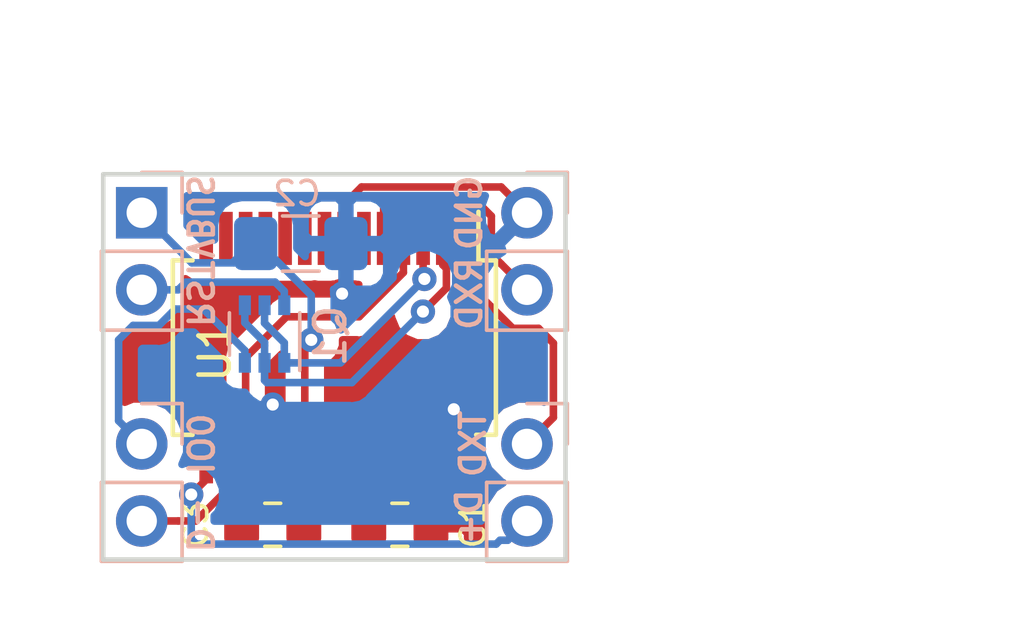
<source format=kicad_pcb>
(kicad_pcb (version 20171130) (host pcbnew 5.0.1)

  (general
    (thickness 1.6)
    (drawings 14)
    (tracks 110)
    (zones 0)
    (modules 9)
    (nets 24)
  )

  (page A4)
  (layers
    (0 F.Cu signal)
    (31 B.Cu signal)
    (32 B.Adhes user)
    (33 F.Adhes user)
    (34 B.Paste user)
    (35 F.Paste user)
    (36 B.SilkS user)
    (37 F.SilkS user)
    (38 B.Mask user)
    (39 F.Mask user)
    (40 Dwgs.User user)
    (41 Cmts.User user)
    (42 Eco1.User user)
    (43 Eco2.User user)
    (44 Edge.Cuts user)
    (45 Margin user)
    (46 B.CrtYd user)
    (47 F.CrtYd user)
    (48 B.Fab user)
    (49 F.Fab user)
  )

  (setup
    (last_trace_width 0.25)
    (trace_clearance 0.2)
    (zone_clearance 0.508)
    (zone_45_only no)
    (trace_min 0.2)
    (segment_width 0.2)
    (edge_width 0.15)
    (via_size 0.8)
    (via_drill 0.4)
    (via_min_size 0.4)
    (via_min_drill 0.3)
    (uvia_size 0.3)
    (uvia_drill 0.1)
    (uvias_allowed no)
    (uvia_min_size 0.2)
    (uvia_min_drill 0.1)
    (pcb_text_width 0.3)
    (pcb_text_size 1.5 1.5)
    (mod_edge_width 0.15)
    (mod_text_size 1 1)
    (mod_text_width 0.15)
    (pad_size 1.7 1.7)
    (pad_drill 1)
    (pad_to_mask_clearance 0.2)
    (solder_mask_min_width 0.25)
    (aux_axis_origin 0 0)
    (visible_elements FFFFFF7F)
    (pcbplotparams
      (layerselection 0x010f0_ffffffff)
      (usegerberextensions true)
      (usegerberattributes false)
      (usegerberadvancedattributes false)
      (creategerberjobfile false)
      (excludeedgelayer true)
      (linewidth 0.100000)
      (plotframeref false)
      (viasonmask false)
      (mode 1)
      (useauxorigin false)
      (hpglpennumber 1)
      (hpglpenspeed 20)
      (hpglpendiameter 15.000000)
      (psnegative false)
      (psa4output false)
      (plotreference true)
      (plotvalue false)
      (plotinvisibletext false)
      (padsonsilk false)
      (subtractmaskfromsilk true)
      (outputformat 1)
      (mirror false)
      (drillshape 0)
      (scaleselection 1)
      (outputdirectory ""))
  )

  (net 0 "")
  (net 1 GND)
  (net 2 /3v3)
  (net 3 /VBUS)
  (net 4 /TXD)
  (net 5 /RXD)
  (net 6 /DTR)
  (net 7 /RTS)
  (net 8 /IO0)
  (net 9 /RESET)
  (net 10 /USBDM)
  (net 11 /USBDP)
  (net 12 "Net-(U1-Pad6)")
  (net 13 "Net-(U1-Pad9)")
  (net 14 "Net-(U1-Pad10)")
  (net 15 "Net-(U1-Pad11)")
  (net 16 "Net-(U1-Pad12)")
  (net 17 "Net-(U1-Pad13)")
  (net 18 "Net-(U1-Pad14)")
  (net 19 "Net-(U1-Pad19)")
  (net 20 "Net-(U1-Pad22)")
  (net 21 "Net-(U1-Pad23)")
  (net 22 "Net-(U1-Pad27)")
  (net 23 "Net-(U1-Pad28)")

  (net_class Default "これはデフォルトのネット クラスです。"
    (clearance 0.2)
    (trace_width 0.25)
    (via_dia 0.8)
    (via_drill 0.4)
    (uvia_dia 0.3)
    (uvia_drill 0.1)
    (add_net /3v3)
    (add_net /DTR)
    (add_net /IO0)
    (add_net /RESET)
    (add_net /RTS)
    (add_net /RXD)
    (add_net /TXD)
    (add_net /USBDM)
    (add_net /USBDP)
    (add_net /VBUS)
    (add_net GND)
    (add_net "Net-(U1-Pad10)")
    (add_net "Net-(U1-Pad11)")
    (add_net "Net-(U1-Pad12)")
    (add_net "Net-(U1-Pad13)")
    (add_net "Net-(U1-Pad14)")
    (add_net "Net-(U1-Pad19)")
    (add_net "Net-(U1-Pad22)")
    (add_net "Net-(U1-Pad23)")
    (add_net "Net-(U1-Pad27)")
    (add_net "Net-(U1-Pad28)")
    (add_net "Net-(U1-Pad6)")
    (add_net "Net-(U1-Pad9)")
  )

  (module Capacitor_SMD:C_0805_2012Metric_Pad1.15x1.40mm_HandSolder (layer F.Cu) (tedit 5BA6338D) (tstamp 5BA72743)
    (at 150.749 109.347)
    (descr "Capacitor SMD 0805 (2012 Metric), square (rectangular) end terminal, IPC_7351 nominal with elongated pad for handsoldering. (Body size source: https://docs.google.com/spreadsheets/d/1BsfQQcO9C6DZCsRaXUlFlo91Tg2WpOkGARC1WS5S8t0/edit?usp=sharing), generated with kicad-footprint-generator")
    (tags "capacitor handsolder")
    (path /5BA5A511)
    (attr smd)
    (fp_text reference C1 (at 2.413 0 90) (layer F.SilkS)
      (effects (font (size 0.8 0.8) (thickness 0.12)))
    )
    (fp_text value 0.1uF (at 0 1.65) (layer F.Fab)
      (effects (font (size 1 1) (thickness 0.15)))
    )
    (fp_line (start -1 0.6) (end -1 -0.6) (layer F.Fab) (width 0.1))
    (fp_line (start -1 -0.6) (end 1 -0.6) (layer F.Fab) (width 0.1))
    (fp_line (start 1 -0.6) (end 1 0.6) (layer F.Fab) (width 0.1))
    (fp_line (start 1 0.6) (end -1 0.6) (layer F.Fab) (width 0.1))
    (fp_line (start -0.261252 -0.71) (end 0.261252 -0.71) (layer F.SilkS) (width 0.12))
    (fp_line (start -0.261252 0.71) (end 0.261252 0.71) (layer F.SilkS) (width 0.12))
    (fp_line (start -1.85 0.95) (end -1.85 -0.95) (layer F.CrtYd) (width 0.05))
    (fp_line (start -1.85 -0.95) (end 1.85 -0.95) (layer F.CrtYd) (width 0.05))
    (fp_line (start 1.85 -0.95) (end 1.85 0.95) (layer F.CrtYd) (width 0.05))
    (fp_line (start 1.85 0.95) (end -1.85 0.95) (layer F.CrtYd) (width 0.05))
    (fp_text user %R (at 0 0) (layer F.Fab)
      (effects (font (size 0.5 0.5) (thickness 0.08)))
    )
    (pad 1 smd roundrect (at -1.025 0) (size 1.15 1.4) (layers F.Cu F.Paste F.Mask) (roundrect_rratio 0.217391)
      (net 3 /VBUS))
    (pad 2 smd roundrect (at 1.025 0) (size 1.15 1.4) (layers F.Cu F.Paste F.Mask) (roundrect_rratio 0.217391)
      (net 1 GND))
    (model ${KISYS3DMOD}/Capacitor_SMD.3dshapes/C_0805_2012Metric.wrl
      (at (xyz 0 0 0))
      (scale (xyz 1 1 1))
      (rotate (xyz 0 0 0))
    )
  )

  (module Capacitor_SMD:C_1206_3216Metric_Pad1.42x1.75mm_HandSolder (layer B.Cu) (tedit 5C615969) (tstamp 5BA72754)
    (at 147.4835 100.076)
    (descr "Capacitor SMD 1206 (3216 Metric), square (rectangular) end terminal, IPC_7351 nominal with elongated pad for handsoldering. (Body size source: http://www.tortai-tech.com/upload/download/2011102023233369053.pdf), generated with kicad-footprint-generator")
    (tags "capacitor handsolder")
    (path /5BA5A5A4)
    (attr smd)
    (fp_text reference C2 (at -0.127 -1.651) (layer B.SilkS)
      (effects (font (size 0.8 0.8) (thickness 0.12)) (justify mirror))
    )
    (fp_text value 10uF (at 0.127 2.032) (layer B.Fab)
      (effects (font (size 1 1) (thickness 0.15)) (justify mirror))
    )
    (fp_line (start -1.6 -0.8) (end -1.6 0.8) (layer B.Fab) (width 0.1))
    (fp_line (start -1.6 0.8) (end 1.6 0.8) (layer B.Fab) (width 0.1))
    (fp_line (start 1.6 0.8) (end 1.6 -0.8) (layer B.Fab) (width 0.1))
    (fp_line (start 1.6 -0.8) (end -1.6 -0.8) (layer B.Fab) (width 0.1))
    (fp_line (start -0.602064 0.91) (end 0.602064 0.91) (layer B.SilkS) (width 0.12))
    (fp_line (start -0.602064 -0.91) (end 0.602064 -0.91) (layer B.SilkS) (width 0.12))
    (fp_line (start -2.45 -1.12) (end -2.45 1.12) (layer B.CrtYd) (width 0.05))
    (fp_line (start -2.45 1.12) (end 2.45 1.12) (layer B.CrtYd) (width 0.05))
    (fp_line (start 2.45 1.12) (end 2.45 -1.12) (layer B.CrtYd) (width 0.05))
    (fp_line (start 2.45 -1.12) (end -2.45 -1.12) (layer B.CrtYd) (width 0.05))
    (fp_text user %R (at 0 0) (layer B.Fab)
      (effects (font (size 0.8 0.8) (thickness 0.12)) (justify mirror))
    )
    (pad 1 smd roundrect (at -1.4875 0) (size 1.425 1.75) (layers B.Cu B.Paste B.Mask) (roundrect_rratio 0.175439)
      (net 3 /VBUS))
    (pad 2 smd roundrect (at 1.4875 0) (size 1.425 1.75) (layers B.Cu B.Paste B.Mask) (roundrect_rratio 0.175439)
      (net 1 GND))
    (model ${KISYS3DMOD}/Capacitor_SMD.3dshapes/C_1206_3216Metric.wrl
      (at (xyz 0 0 0))
      (scale (xyz 1 1 1))
      (rotate (xyz 0 0 0))
    )
  )

  (module Package_SO:SSOP-28_5.3x10.2mm_P0.65mm (layer F.Cu) (tedit 5BA63278) (tstamp 5BA727E9)
    (at 148.59 103.505 270)
    (descr "28-Lead Plastic Shrink Small Outline (SS)-5.30 mm Body [SSOP] (see Microchip Packaging Specification 00000049BS.pdf)")
    (tags "SSOP 0.65")
    (path /5BA5EC2D)
    (attr smd)
    (fp_text reference U1 (at 0.127 3.937 270) (layer F.SilkS)
      (effects (font (size 1 1) (thickness 0.15)))
    )
    (fp_text value FT232RL (at 0 6.25 270) (layer F.Fab)
      (effects (font (size 1 1) (thickness 0.15)))
    )
    (fp_line (start -1.65 -5.1) (end 2.65 -5.1) (layer F.Fab) (width 0.15))
    (fp_line (start 2.65 -5.1) (end 2.65 5.1) (layer F.Fab) (width 0.15))
    (fp_line (start 2.65 5.1) (end -2.65 5.1) (layer F.Fab) (width 0.15))
    (fp_line (start -2.65 5.1) (end -2.65 -4.1) (layer F.Fab) (width 0.15))
    (fp_line (start -2.65 -4.1) (end -1.65 -5.1) (layer F.Fab) (width 0.15))
    (fp_line (start -4.75 -5.5) (end -4.75 5.5) (layer F.CrtYd) (width 0.05))
    (fp_line (start 4.75 -5.5) (end 4.75 5.5) (layer F.CrtYd) (width 0.05))
    (fp_line (start -4.75 -5.5) (end 4.75 -5.5) (layer F.CrtYd) (width 0.05))
    (fp_line (start -4.75 5.5) (end 4.75 5.5) (layer F.CrtYd) (width 0.05))
    (fp_line (start -2.875 -5.325) (end -2.875 -4.75) (layer F.SilkS) (width 0.15))
    (fp_line (start 2.875 -5.325) (end 2.875 -4.675) (layer F.SilkS) (width 0.15))
    (fp_line (start 2.875 5.325) (end 2.875 4.675) (layer F.SilkS) (width 0.15))
    (fp_line (start -2.875 5.325) (end -2.875 4.675) (layer F.SilkS) (width 0.15))
    (fp_line (start -2.875 -5.325) (end 2.875 -5.325) (layer F.SilkS) (width 0.15))
    (fp_line (start -2.875 5.325) (end 2.875 5.325) (layer F.SilkS) (width 0.15))
    (fp_line (start -2.875 -4.75) (end -4.475 -4.75) (layer F.SilkS) (width 0.15))
    (fp_text user %R (at 0 0 270) (layer F.Fab)
      (effects (font (size 0.8 0.8) (thickness 0.15)))
    )
    (pad 1 smd rect (at -3.6 -4.225 270) (size 1.75 0.45) (layers F.Cu F.Paste F.Mask)
      (net 4 /TXD))
    (pad 2 smd rect (at -3.6 -3.575 270) (size 1.75 0.45) (layers F.Cu F.Paste F.Mask)
      (net 6 /DTR))
    (pad 3 smd rect (at -3.6 -2.925 270) (size 1.75 0.45) (layers F.Cu F.Paste F.Mask)
      (net 7 /RTS))
    (pad 4 smd rect (at -3.6 -2.275 270) (size 1.75 0.45) (layers F.Cu F.Paste F.Mask)
      (net 2 /3v3))
    (pad 5 smd rect (at -3.6 -1.625 270) (size 1.75 0.45) (layers F.Cu F.Paste F.Mask)
      (net 5 /RXD))
    (pad 6 smd rect (at -3.6 -0.975 270) (size 1.75 0.45) (layers F.Cu F.Paste F.Mask)
      (net 12 "Net-(U1-Pad6)"))
    (pad 7 smd rect (at -3.6 -0.325 270) (size 1.75 0.45) (layers F.Cu F.Paste F.Mask)
      (net 1 GND))
    (pad 8 smd rect (at -3.6 0.325 270) (size 1.75 0.45) (layers F.Cu F.Paste F.Mask))
    (pad 9 smd rect (at -3.6 0.975 270) (size 1.75 0.45) (layers F.Cu F.Paste F.Mask)
      (net 13 "Net-(U1-Pad9)"))
    (pad 10 smd rect (at -3.6 1.625 270) (size 1.75 0.45) (layers F.Cu F.Paste F.Mask)
      (net 14 "Net-(U1-Pad10)"))
    (pad 11 smd rect (at -3.6 2.275 270) (size 1.75 0.45) (layers F.Cu F.Paste F.Mask)
      (net 15 "Net-(U1-Pad11)"))
    (pad 12 smd rect (at -3.6 2.925 270) (size 1.75 0.45) (layers F.Cu F.Paste F.Mask)
      (net 16 "Net-(U1-Pad12)"))
    (pad 13 smd rect (at -3.6 3.575 270) (size 1.75 0.45) (layers F.Cu F.Paste F.Mask)
      (net 17 "Net-(U1-Pad13)"))
    (pad 14 smd rect (at -3.6 4.225 270) (size 1.75 0.45) (layers F.Cu F.Paste F.Mask)
      (net 18 "Net-(U1-Pad14)"))
    (pad 15 smd rect (at 3.6 4.225 270) (size 1.75 0.45) (layers F.Cu F.Paste F.Mask)
      (net 11 /USBDP))
    (pad 16 smd rect (at 3.6 3.575 270) (size 1.75 0.45) (layers F.Cu F.Paste F.Mask)
      (net 10 /USBDM))
    (pad 17 smd rect (at 3.6 2.925 270) (size 1.75 0.45) (layers F.Cu F.Paste F.Mask)
      (net 2 /3v3))
    (pad 18 smd rect (at 3.6 2.275 270) (size 1.75 0.45) (layers F.Cu F.Paste F.Mask)
      (net 1 GND))
    (pad 19 smd rect (at 3.6 1.625 270) (size 1.75 0.45) (layers F.Cu F.Paste F.Mask)
      (net 19 "Net-(U1-Pad19)"))
    (pad 20 smd rect (at 3.6 0.975 270) (size 1.75 0.45) (layers F.Cu F.Paste F.Mask)
      (net 3 /VBUS))
    (pad 21 smd rect (at 3.6 0.325 270) (size 1.75 0.45) (layers F.Cu F.Paste F.Mask)
      (net 1 GND))
    (pad 22 smd rect (at 3.6 -0.325 270) (size 1.75 0.45) (layers F.Cu F.Paste F.Mask)
      (net 20 "Net-(U1-Pad22)"))
    (pad 23 smd rect (at 3.6 -0.975 270) (size 1.75 0.45) (layers F.Cu F.Paste F.Mask)
      (net 21 "Net-(U1-Pad23)"))
    (pad 24 smd rect (at 3.6 -1.625 270) (size 1.75 0.45) (layers F.Cu F.Paste F.Mask))
    (pad 25 smd rect (at 3.6 -2.275 270) (size 1.75 0.45) (layers F.Cu F.Paste F.Mask)
      (net 1 GND))
    (pad 26 smd rect (at 3.6 -2.925 270) (size 1.75 0.45) (layers F.Cu F.Paste F.Mask)
      (net 1 GND) (zone_connect 2))
    (pad 27 smd rect (at 3.6 -3.575 270) (size 1.75 0.45) (layers F.Cu F.Paste F.Mask)
      (net 22 "Net-(U1-Pad27)"))
    (pad 28 smd rect (at 3.6 -4.225 270) (size 1.75 0.45) (layers F.Cu F.Paste F.Mask)
      (net 23 "Net-(U1-Pad28)"))
    (model ${KISYS3DMOD}/Package_SO.3dshapes/SSOP-28_5.3x10.2mm_P0.65mm.wrl
      (at (xyz 0 0 0))
      (scale (xyz 1 1 1))
      (rotate (xyz 0 0 0))
    )
  )

  (module Capacitor_SMD:C_0805_2012Metric_Pad1.15x1.40mm_HandSolder (layer F.Cu) (tedit 5BA6337B) (tstamp 5BA7368B)
    (at 146.558 109.347)
    (descr "Capacitor SMD 0805 (2012 Metric), square (rectangular) end terminal, IPC_7351 nominal with elongated pad for handsoldering. (Body size source: https://docs.google.com/spreadsheets/d/1BsfQQcO9C6DZCsRaXUlFlo91Tg2WpOkGARC1WS5S8t0/edit?usp=sharing), generated with kicad-footprint-generator")
    (tags "capacitor handsolder")
    (path /5BA5F7DD)
    (attr smd)
    (fp_text reference C3 (at -2.54 0 -270) (layer F.SilkS)
      (effects (font (size 0.8 0.8) (thickness 0.12)))
    )
    (fp_text value 0.1uF (at 0 1.65) (layer F.Fab)
      (effects (font (size 1 1) (thickness 0.15)))
    )
    (fp_line (start -1 0.6) (end -1 -0.6) (layer F.Fab) (width 0.1))
    (fp_line (start -1 -0.6) (end 1 -0.6) (layer F.Fab) (width 0.1))
    (fp_line (start 1 -0.6) (end 1 0.6) (layer F.Fab) (width 0.1))
    (fp_line (start 1 0.6) (end -1 0.6) (layer F.Fab) (width 0.1))
    (fp_line (start -0.261252 -0.71) (end 0.261252 -0.71) (layer F.SilkS) (width 0.12))
    (fp_line (start -0.261252 0.71) (end 0.261252 0.71) (layer F.SilkS) (width 0.12))
    (fp_line (start -1.85 0.95) (end -1.85 -0.95) (layer F.CrtYd) (width 0.05))
    (fp_line (start -1.85 -0.95) (end 1.85 -0.95) (layer F.CrtYd) (width 0.05))
    (fp_line (start 1.85 -0.95) (end 1.85 0.95) (layer F.CrtYd) (width 0.05))
    (fp_line (start 1.85 0.95) (end -1.85 0.95) (layer F.CrtYd) (width 0.05))
    (fp_text user %R (at 0 0) (layer F.Fab)
      (effects (font (size 0.5 0.5) (thickness 0.08)))
    )
    (pad 1 smd roundrect (at -1.025 0) (size 1.15 1.4) (layers F.Cu F.Paste F.Mask) (roundrect_rratio 0.217391)
      (net 2 /3v3))
    (pad 2 smd roundrect (at 1.025 0) (size 1.15 1.4) (layers F.Cu F.Paste F.Mask) (roundrect_rratio 0.217391)
      (net 1 GND))
    (model ${KISYS3DMOD}/Capacitor_SMD.3dshapes/C_0805_2012Metric.wrl
      (at (xyz 0 0 0))
      (scale (xyz 1 1 1))
      (rotate (xyz 0 0 0))
    )
  )

  (module Package_TO_SOT_SMD:SOT-363_SC-70-6 (layer B.Cu) (tedit 5C61D7CA) (tstamp 5C6531F1)
    (at 146.289 103.058 90)
    (descr "SOT-363, SC-70-6")
    (tags "SOT-363 SC-70-6")
    (path /5C62284C)
    (attr smd)
    (fp_text reference Q1 (at -0.066 2.174 90) (layer B.SilkS)
      (effects (font (size 1 1) (thickness 0.15)) (justify mirror))
    )
    (fp_text value BC847BS (at 0 -2 -90) (layer B.Fab)
      (effects (font (size 1 1) (thickness 0.15)) (justify mirror))
    )
    (fp_text user %R (at 0 0) (layer B.Fab)
      (effects (font (size 0.5 0.5) (thickness 0.075)) (justify mirror))
    )
    (fp_line (start 0.7 1.16) (end -1.2 1.16) (layer B.SilkS) (width 0.12))
    (fp_line (start -0.7 -1.16) (end 0.7 -1.16) (layer B.SilkS) (width 0.12))
    (fp_line (start 1.6 -1.4) (end 1.6 1.4) (layer B.CrtYd) (width 0.05))
    (fp_line (start -1.6 1.4) (end -1.6 -1.4) (layer B.CrtYd) (width 0.05))
    (fp_line (start -1.6 1.4) (end 1.6 1.4) (layer B.CrtYd) (width 0.05))
    (fp_line (start 0.675 1.1) (end -0.175 1.1) (layer B.Fab) (width 0.1))
    (fp_line (start -0.675 0.6) (end -0.675 -1.1) (layer B.Fab) (width 0.1))
    (fp_line (start -1.6 -1.4) (end 1.6 -1.4) (layer B.CrtYd) (width 0.05))
    (fp_line (start 0.675 1.1) (end 0.675 -1.1) (layer B.Fab) (width 0.1))
    (fp_line (start 0.675 -1.1) (end -0.675 -1.1) (layer B.Fab) (width 0.1))
    (fp_line (start -0.175 1.1) (end -0.675 0.6) (layer B.Fab) (width 0.1))
    (pad 1 smd rect (at -0.95 0.65 90) (size 0.65 0.4) (layers B.Cu B.Paste B.Mask)
      (net 7 /RTS))
    (pad 3 smd rect (at -0.95 -0.65 90) (size 0.65 0.4) (layers B.Cu B.Paste B.Mask)
      (net 8 /IO0))
    (pad 5 smd rect (at 0.95 0 90) (size 0.65 0.4) (layers B.Cu B.Paste B.Mask)
      (net 7 /RTS))
    (pad 2 smd rect (at -0.95 0 90) (size 0.65 0.4) (layers B.Cu B.Paste B.Mask)
      (net 6 /DTR))
    (pad 4 smd rect (at 0.95 -0.65 90) (size 0.65 0.4) (layers B.Cu B.Paste B.Mask)
      (net 6 /DTR))
    (pad 6 smd rect (at 0.95 0.65 90) (size 0.65 0.4) (layers B.Cu B.Paste B.Mask)
      (net 9 /RESET))
    (model ${KISYS3DMOD}/Package_TO_SOT_SMD.3dshapes/SOT-363_SC-70-6.wrl
      (at (xyz 0 0 0))
      (scale (xyz 1 1 1))
      (rotate (xyz 0 0 0))
    )
  )

  (module Connector_PinHeader_2.54mm:PinHeader_1x02_P2.54mm_Vertical (layer B.Cu) (tedit 5C7A4441) (tstamp 5C7CEEDD)
    (at 142.24 106.68 180)
    (descr "Through hole straight pin header, 1x02, 2.54mm pitch, single row")
    (tags "Through hole pin header THT 1x02 2.54mm single row")
    (path /5C7A4D72)
    (fp_text reference J1 (at 0 2.33 180) (layer B.SilkS) hide
      (effects (font (size 1 1) (thickness 0.15)) (justify mirror))
    )
    (fp_text value Conn_01x02 (at 0 -4.87 180) (layer B.Fab)
      (effects (font (size 1 1) (thickness 0.15)) (justify mirror))
    )
    (fp_line (start -0.635 1.27) (end 1.27 1.27) (layer B.Fab) (width 0.1))
    (fp_line (start 1.27 1.27) (end 1.27 -3.81) (layer B.Fab) (width 0.1))
    (fp_line (start 1.27 -3.81) (end -1.27 -3.81) (layer B.Fab) (width 0.1))
    (fp_line (start -1.27 -3.81) (end -1.27 0.635) (layer B.Fab) (width 0.1))
    (fp_line (start -1.27 0.635) (end -0.635 1.27) (layer B.Fab) (width 0.1))
    (fp_line (start -1.33 -3.87) (end 1.33 -3.87) (layer B.SilkS) (width 0.12))
    (fp_line (start -1.33 -1.27) (end -1.33 -3.87) (layer B.SilkS) (width 0.12))
    (fp_line (start 1.33 -1.27) (end 1.33 -3.87) (layer B.SilkS) (width 0.12))
    (fp_line (start -1.33 -1.27) (end 1.33 -1.27) (layer B.SilkS) (width 0.12))
    (fp_line (start -1.33 0) (end -1.33 1.33) (layer B.SilkS) (width 0.12))
    (fp_line (start -1.33 1.33) (end 0 1.33) (layer B.SilkS) (width 0.12))
    (fp_line (start -1.8 1.8) (end -1.8 -4.35) (layer B.CrtYd) (width 0.05))
    (fp_line (start -1.8 -4.35) (end 1.8 -4.35) (layer B.CrtYd) (width 0.05))
    (fp_line (start 1.8 -4.35) (end 1.8 1.8) (layer B.CrtYd) (width 0.05))
    (fp_line (start 1.8 1.8) (end -1.8 1.8) (layer B.CrtYd) (width 0.05))
    (fp_text user %R (at 0 -1.27 90) (layer B.Fab)
      (effects (font (size 1 1) (thickness 0.15)) (justify mirror))
    )
    (pad 1 thru_hole circle (at 0 0 180) (size 1.7 1.7) (drill 1) (layers *.Cu *.Mask)
      (net 8 /IO0))
    (pad 2 thru_hole oval (at 0 -2.54 180) (size 1.7 1.7) (drill 1) (layers *.Cu *.Mask)
      (net 10 /USBDM))
    (model ${KISYS3DMOD}/Connector_PinHeader_2.54mm.3dshapes/PinHeader_1x02_P2.54mm_Vertical.wrl
      (at (xyz 0 0 0))
      (scale (xyz 1 1 1))
      (rotate (xyz 0 0 0))
    )
  )

  (module Connector_PinHeader_2.54mm:PinHeader_1x02_P2.54mm_Vertical (layer B.Cu) (tedit 5C7A4431) (tstamp 5C7CEEDE)
    (at 142.24 99.06 180)
    (descr "Through hole straight pin header, 1x02, 2.54mm pitch, single row")
    (tags "Through hole pin header THT 1x02 2.54mm single row")
    (path /5BA5AB51)
    (fp_text reference J2 (at 0 2.33 180) (layer B.SilkS) hide
      (effects (font (size 1 1) (thickness 0.15)) (justify mirror))
    )
    (fp_text value Conn_01x02 (at 0 -4.87 180) (layer B.Fab)
      (effects (font (size 1 1) (thickness 0.15)) (justify mirror))
    )
    (fp_line (start -0.635 1.27) (end 1.27 1.27) (layer B.Fab) (width 0.1))
    (fp_line (start 1.27 1.27) (end 1.27 -3.81) (layer B.Fab) (width 0.1))
    (fp_line (start 1.27 -3.81) (end -1.27 -3.81) (layer B.Fab) (width 0.1))
    (fp_line (start -1.27 -3.81) (end -1.27 0.635) (layer B.Fab) (width 0.1))
    (fp_line (start -1.27 0.635) (end -0.635 1.27) (layer B.Fab) (width 0.1))
    (fp_line (start -1.33 -3.87) (end 1.33 -3.87) (layer B.SilkS) (width 0.12))
    (fp_line (start -1.33 -1.27) (end -1.33 -3.87) (layer B.SilkS) (width 0.12))
    (fp_line (start 1.33 -1.27) (end 1.33 -3.87) (layer B.SilkS) (width 0.12))
    (fp_line (start -1.33 -1.27) (end 1.33 -1.27) (layer B.SilkS) (width 0.12))
    (fp_line (start -1.33 0) (end -1.33 1.33) (layer B.SilkS) (width 0.12))
    (fp_line (start -1.33 1.33) (end 0 1.33) (layer B.SilkS) (width 0.12))
    (fp_line (start -1.8 1.8) (end -1.8 -4.35) (layer B.CrtYd) (width 0.05))
    (fp_line (start -1.8 -4.35) (end 1.8 -4.35) (layer B.CrtYd) (width 0.05))
    (fp_line (start 1.8 -4.35) (end 1.8 1.8) (layer B.CrtYd) (width 0.05))
    (fp_line (start 1.8 1.8) (end -1.8 1.8) (layer B.CrtYd) (width 0.05))
    (fp_text user %R (at 0 -1.27 90) (layer B.Fab)
      (effects (font (size 1 1) (thickness 0.15)) (justify mirror))
    )
    (pad 1 thru_hole rect (at 0 0 180) (size 1.7 1.7) (drill 1) (layers *.Cu *.Mask)
      (net 3 /VBUS))
    (pad 2 thru_hole oval (at 0 -2.54 180) (size 1.7 1.7) (drill 1) (layers *.Cu *.Mask)
      (net 9 /RESET))
    (model ${KISYS3DMOD}/Connector_PinHeader_2.54mm.3dshapes/PinHeader_1x02_P2.54mm_Vertical.wrl
      (at (xyz 0 0 0))
      (scale (xyz 1 1 1))
      (rotate (xyz 0 0 0))
    )
  )

  (module Connector_PinHeader_2.54mm:PinHeader_1x02_P2.54mm_Vertical (layer B.Cu) (tedit 5C7A4435) (tstamp 5C7CEEF3)
    (at 154.94 99.06 180)
    (descr "Through hole straight pin header, 1x02, 2.54mm pitch, single row")
    (tags "Through hole pin header THT 1x02 2.54mm single row")
    (path /5BA5F229)
    (fp_text reference J3 (at 0 2.33 180) (layer B.SilkS) hide
      (effects (font (size 1 1) (thickness 0.15)) (justify mirror))
    )
    (fp_text value Conn_01x02 (at 0 -4.87 180) (layer B.Fab)
      (effects (font (size 1 1) (thickness 0.15)) (justify mirror))
    )
    (fp_text user %R (at 0 -1.27 90) (layer B.Fab)
      (effects (font (size 1 1) (thickness 0.15)) (justify mirror))
    )
    (fp_line (start 1.8 1.8) (end -1.8 1.8) (layer B.CrtYd) (width 0.05))
    (fp_line (start 1.8 -4.35) (end 1.8 1.8) (layer B.CrtYd) (width 0.05))
    (fp_line (start -1.8 -4.35) (end 1.8 -4.35) (layer B.CrtYd) (width 0.05))
    (fp_line (start -1.8 1.8) (end -1.8 -4.35) (layer B.CrtYd) (width 0.05))
    (fp_line (start -1.33 1.33) (end 0 1.33) (layer B.SilkS) (width 0.12))
    (fp_line (start -1.33 0) (end -1.33 1.33) (layer B.SilkS) (width 0.12))
    (fp_line (start -1.33 -1.27) (end 1.33 -1.27) (layer B.SilkS) (width 0.12))
    (fp_line (start 1.33 -1.27) (end 1.33 -3.87) (layer B.SilkS) (width 0.12))
    (fp_line (start -1.33 -1.27) (end -1.33 -3.87) (layer B.SilkS) (width 0.12))
    (fp_line (start -1.33 -3.87) (end 1.33 -3.87) (layer B.SilkS) (width 0.12))
    (fp_line (start -1.27 0.635) (end -0.635 1.27) (layer B.Fab) (width 0.1))
    (fp_line (start -1.27 -3.81) (end -1.27 0.635) (layer B.Fab) (width 0.1))
    (fp_line (start 1.27 -3.81) (end -1.27 -3.81) (layer B.Fab) (width 0.1))
    (fp_line (start 1.27 1.27) (end 1.27 -3.81) (layer B.Fab) (width 0.1))
    (fp_line (start -0.635 1.27) (end 1.27 1.27) (layer B.Fab) (width 0.1))
    (pad 2 thru_hole oval (at 0 -2.54 180) (size 1.7 1.7) (drill 1) (layers *.Cu *.Mask)
      (net 5 /RXD))
    (pad 1 thru_hole circle (at 0 0 180) (size 1.7 1.7) (drill 1) (layers *.Cu *.Mask)
      (net 1 GND))
    (model ${KISYS3DMOD}/Connector_PinHeader_2.54mm.3dshapes/PinHeader_1x02_P2.54mm_Vertical.wrl
      (at (xyz 0 0 0))
      (scale (xyz 1 1 1))
      (rotate (xyz 0 0 0))
    )
  )

  (module Connector_PinHeader_2.54mm:PinHeader_1x02_P2.54mm_Vertical (layer B.Cu) (tedit 5C7A443C) (tstamp 5C7CEF1D)
    (at 154.94 106.68 180)
    (descr "Through hole straight pin header, 1x02, 2.54mm pitch, single row")
    (tags "Through hole pin header THT 1x02 2.54mm single row")
    (path /5C7A4D78)
    (fp_text reference J4 (at 0 2.33 180) (layer B.SilkS) hide
      (effects (font (size 1 1) (thickness 0.15)) (justify mirror))
    )
    (fp_text value Conn_01x02 (at 0 -4.87 180) (layer B.Fab)
      (effects (font (size 1 1) (thickness 0.15)) (justify mirror))
    )
    (fp_text user %R (at 0 -1.27 90) (layer B.Fab)
      (effects (font (size 1 1) (thickness 0.15)) (justify mirror))
    )
    (fp_line (start 1.8 1.8) (end -1.8 1.8) (layer B.CrtYd) (width 0.05))
    (fp_line (start 1.8 -4.35) (end 1.8 1.8) (layer B.CrtYd) (width 0.05))
    (fp_line (start -1.8 -4.35) (end 1.8 -4.35) (layer B.CrtYd) (width 0.05))
    (fp_line (start -1.8 1.8) (end -1.8 -4.35) (layer B.CrtYd) (width 0.05))
    (fp_line (start -1.33 1.33) (end 0 1.33) (layer B.SilkS) (width 0.12))
    (fp_line (start -1.33 0) (end -1.33 1.33) (layer B.SilkS) (width 0.12))
    (fp_line (start -1.33 -1.27) (end 1.33 -1.27) (layer B.SilkS) (width 0.12))
    (fp_line (start 1.33 -1.27) (end 1.33 -3.87) (layer B.SilkS) (width 0.12))
    (fp_line (start -1.33 -1.27) (end -1.33 -3.87) (layer B.SilkS) (width 0.12))
    (fp_line (start -1.33 -3.87) (end 1.33 -3.87) (layer B.SilkS) (width 0.12))
    (fp_line (start -1.27 0.635) (end -0.635 1.27) (layer B.Fab) (width 0.1))
    (fp_line (start -1.27 -3.81) (end -1.27 0.635) (layer B.Fab) (width 0.1))
    (fp_line (start 1.27 -3.81) (end -1.27 -3.81) (layer B.Fab) (width 0.1))
    (fp_line (start 1.27 1.27) (end 1.27 -3.81) (layer B.Fab) (width 0.1))
    (fp_line (start -0.635 1.27) (end 1.27 1.27) (layer B.Fab) (width 0.1))
    (pad 2 thru_hole oval (at 0 -2.54 180) (size 1.7 1.7) (drill 1) (layers *.Cu *.Mask)
      (net 11 /USBDP))
    (pad 1 thru_hole circle (at 0 0 180) (size 1.7 1.7) (drill 1) (layers *.Cu *.Mask)
      (net 4 /TXD))
    (model ${KISYS3DMOD}/Connector_PinHeader_2.54mm.3dshapes/PinHeader_1x02_P2.54mm_Vertical.wrl
      (at (xyz 0 0 0))
      (scale (xyz 1 1 1))
      (rotate (xyz 0 0 0))
    )
  )

  (gr_text D+ (at 153.035 109.093 90) (layer B.SilkS) (tstamp 5C61B577)
    (effects (font (size 0.8 0.8) (thickness 0.15)) (justify mirror))
  )
  (gr_text TXD (at 153.162 106.68 90) (layer B.SilkS) (tstamp 5C61B546)
    (effects (font (size 0.8 0.8) (thickness 0.15)) (justify mirror))
  )
  (gr_text RXD (at 153.035 101.727 90) (layer B.SilkS) (tstamp 5C61B515)
    (effects (font (size 0.8 0.8) (thickness 0.15)) (justify mirror))
  )
  (gr_text GND (at 153.035 99.06 90) (layer B.SilkS) (tstamp 5C61B457)
    (effects (font (size 0.8 0.8) (thickness 0.15)) (justify mirror))
  )
  (gr_text D- (at 144.145 109.347 -90) (layer B.SilkS) (tstamp 5C61B3C5)
    (effects (font (size 0.8 0.8) (thickness 0.15)) (justify mirror))
  )
  (gr_text IO0 (at 144.145 106.68 -90) (layer B.SilkS) (tstamp 5C61B365)
    (effects (font (size 0.8 0.8) (thickness 0.15)) (justify mirror))
  )
  (gr_text RST (at 144.145 101.727 -90) (layer B.SilkS) (tstamp 5C61B2A8)
    (effects (font (size 0.8 0.8) (thickness 0.15)) (justify mirror))
  )
  (gr_text VBUS (at 144.145 99.187 -90) (layer B.SilkS)
    (effects (font (size 0.8 0.7) (thickness 0.15)) (justify mirror))
  )
  (dimension 12.700004 (width 0.3) (layer Cmts.User)
    (gr_text "12.700 mm" (at 165.798062 104.13748 270.0445373) (layer Cmts.User)
      (effects (font (size 1.5 1.5) (thickness 0.3)))
    )
    (feature1 (pts (xy 162.56 110.49) (xy 164.289419 110.488656)))
    (feature2 (pts (xy 162.550128 97.79) (xy 164.279547 97.788656)))
    (crossbar (pts (xy 163.693127 97.789112) (xy 163.702999 110.489112)))
    (arrow1a (pts (xy 163.702999 110.489112) (xy 163.115703 109.363064)))
    (arrow1b (pts (xy 163.702999 110.489112) (xy 164.288544 109.362153)))
    (arrow2a (pts (xy 163.693127 97.789112) (xy 163.107582 98.916071)))
    (arrow2b (pts (xy 163.693127 97.789112) (xy 164.280423 98.91516)))
  )
  (dimension 15.24 (width 0.3) (layer Cmts.User)
    (gr_text "15.240 mm" (at 148.59 93.15) (layer Cmts.User)
      (effects (font (size 1.5 1.5) (thickness 0.3)))
    )
    (feature1 (pts (xy 156.21 96.52) (xy 156.21 94.663579)))
    (feature2 (pts (xy 140.97 96.52) (xy 140.97 94.663579)))
    (crossbar (pts (xy 140.97 95.25) (xy 156.21 95.25)))
    (arrow1a (pts (xy 156.21 95.25) (xy 155.083496 95.836421)))
    (arrow1b (pts (xy 156.21 95.25) (xy 155.083496 94.663579)))
    (arrow2a (pts (xy 140.97 95.25) (xy 142.096504 95.836421)))
    (arrow2b (pts (xy 140.97 95.25) (xy 142.096504 94.663579)))
  )
  (gr_line (start 140.97 110.49) (end 140.97 97.79) (layer Edge.Cuts) (width 0.15))
  (gr_line (start 156.21 110.49) (end 140.97 110.49) (layer Edge.Cuts) (width 0.15))
  (gr_line (start 156.21 97.79) (end 156.21 110.49) (layer Edge.Cuts) (width 0.15))
  (gr_line (start 140.97 97.79) (end 156.21 97.79) (layer Edge.Cuts) (width 0.15))

  (segment (start 148.915 98.78) (end 148.915 99.905) (width 0.25) (layer F.Cu) (net 1))
  (segment (start 149.484999 98.210001) (end 148.915 98.78) (width 0.25) (layer F.Cu) (net 1))
  (segment (start 154.090001 98.210001) (end 149.484999 98.210001) (width 0.25) (layer F.Cu) (net 1))
  (segment (start 154.94 99.06) (end 154.090001 98.210001) (width 0.25) (layer F.Cu) (net 1))
  (segment (start 151.515 109.088) (end 151.774 109.347) (width 0.25) (layer F.Cu) (net 1))
  (segment (start 151.515 107.105) (end 151.515 109.088) (width 0.25) (layer F.Cu) (net 1))
  (segment (start 147.432 109.347) (end 147.583 109.347) (width 0.25) (layer F.Cu) (net 1))
  (segment (start 146.315 108.23) (end 147.432 109.347) (width 0.25) (layer F.Cu) (net 1))
  (segment (start 146.315 107.105) (end 146.315 108.23) (width 0.25) (layer F.Cu) (net 1))
  (segment (start 150.789999 105.904999) (end 150.865 105.98) (width 0.25) (layer F.Cu) (net 1))
  (segment (start 148.265 105.98) (end 148.340001 105.904999) (width 0.25) (layer F.Cu) (net 1))
  (segment (start 150.865 105.98) (end 150.865 107.105) (width 0.25) (layer F.Cu) (net 1))
  (segment (start 148.340001 105.904999) (end 150.789999 105.904999) (width 0.25) (layer F.Cu) (net 1))
  (segment (start 148.265 107.105) (end 148.265 105.98) (width 0.25) (layer F.Cu) (net 1))
  (segment (start 150.865 107.105) (end 151.515 107.105) (width 0.25) (layer F.Cu) (net 1))
  (via (at 148.844 101.727) (size 0.8) (drill 0.4) (layers F.Cu B.Cu) (net 1))
  (segment (start 146.315 105.626025) (end 146.558 105.383025) (width 0.25) (layer F.Cu) (net 1))
  (via (at 146.558 105.383025) (size 0.8) (drill 0.4) (layers F.Cu B.Cu) (net 1))
  (segment (start 146.315 107.105) (end 146.315 105.626025) (width 0.25) (layer F.Cu) (net 1))
  (via (at 152.527 105.537) (size 0.8) (drill 0.4) (layers F.Cu B.Cu) (net 1))
  (segment (start 152.449 109.347) (end 151.774 109.347) (width 0.25) (layer F.Cu) (net 1))
  (segment (start 153.365001 105.809316) (end 153.365001 108.430999) (width 0.25) (layer F.Cu) (net 1))
  (segment (start 153.092685 105.537) (end 153.365001 105.809316) (width 0.25) (layer F.Cu) (net 1))
  (segment (start 153.365001 108.430999) (end 152.449 109.347) (width 0.25) (layer F.Cu) (net 1))
  (segment (start 152.527 105.537) (end 153.092685 105.537) (width 0.25) (layer F.Cu) (net 1))
  (segment (start 145.665 109.215) (end 145.533 109.347) (width 0.25) (layer F.Cu) (net 2))
  (segment (start 145.665 107.105) (end 145.665 109.215) (width 0.25) (layer F.Cu) (net 2))
  (segment (start 149.406 102.489) (end 147.008998 102.489) (width 0.25) (layer F.Cu) (net 2))
  (segment (start 147.008998 102.489) (end 145.665 103.832998) (width 0.25) (layer F.Cu) (net 2))
  (segment (start 145.665 105.98) (end 145.665 107.105) (width 0.25) (layer F.Cu) (net 2))
  (segment (start 150.865 101.03) (end 149.406 102.489) (width 0.25) (layer F.Cu) (net 2))
  (segment (start 145.665 103.832998) (end 145.665 105.98) (width 0.25) (layer F.Cu) (net 2))
  (segment (start 150.865 99.905) (end 150.865 101.03) (width 0.25) (layer F.Cu) (net 2))
  (segment (start 149.100628 108.723628) (end 149.724 109.347) (width 0.25) (layer F.Cu) (net 3))
  (segment (start 148.682001 108.305001) (end 149.100628 108.723628) (width 0.25) (layer F.Cu) (net 3))
  (segment (start 147.690001 108.305001) (end 148.682001 108.305001) (width 0.25) (layer F.Cu) (net 3))
  (segment (start 147.615 108.23) (end 147.690001 108.305001) (width 0.25) (layer F.Cu) (net 3))
  (segment (start 147.615 107.105) (end 147.615 108.23) (width 0.25) (layer F.Cu) (net 3))
  (segment (start 147.615 107.105) (end 147.615 103.464) (width 0.25) (layer F.Cu) (net 3))
  (segment (start 147.615 103.464) (end 147.828 103.251) (width 0.25) (layer F.Cu) (net 3))
  (via (at 147.828 103.251) (size 0.8) (drill 0.4) (layers F.Cu B.Cu) (net 3))
  (segment (start 147.828 102.685315) (end 147.828 103.251) (width 0.25) (layer B.Cu) (net 3))
  (segment (start 147.828 101.781) (end 147.828 102.685315) (width 0.25) (layer B.Cu) (net 3))
  (segment (start 145.996 99.949) (end 147.828 101.781) (width 0.25) (layer B.Cu) (net 3))
  (segment (start 142.24 99.06) (end 143.891 100.711) (width 0.25) (layer B.Cu) (net 3))
  (segment (start 145.288 100.657) (end 145.996 99.949) (width 0.25) (layer B.Cu) (net 3))
  (segment (start 145.288 100.711) (end 145.288 100.657) (width 0.25) (layer B.Cu) (net 3))
  (segment (start 143.891 100.711) (end 145.288 100.711) (width 0.25) (layer B.Cu) (net 3))
  (segment (start 154.94 106.68) (end 155.80999 105.81001) (width 0.25) (layer F.Cu) (net 4))
  (segment (start 155.80999 105.81001) (end 155.80999 103.35899) (width 0.25) (layer F.Cu) (net 4))
  (segment (start 155.80999 103.35899) (end 155.321 102.87) (width 0.25) (layer F.Cu) (net 4))
  (segment (start 152.815 101.214002) (end 152.815 101.03) (width 0.25) (layer F.Cu) (net 4))
  (segment (start 154.470998 102.87) (end 152.815 101.214002) (width 0.25) (layer F.Cu) (net 4))
  (segment (start 152.815 101.03) (end 152.815 99.905) (width 0.25) (layer F.Cu) (net 4))
  (segment (start 155.321 102.87) (end 154.470998 102.87) (width 0.25) (layer F.Cu) (net 4))
  (segment (start 153.764999 100.424999) (end 154.090001 100.750001) (width 0.25) (layer F.Cu) (net 5))
  (segment (start 153.764999 99.169997) (end 153.764999 100.424999) (width 0.25) (layer F.Cu) (net 5))
  (segment (start 154.090001 100.750001) (end 154.94 101.6) (width 0.25) (layer F.Cu) (net 5))
  (segment (start 153.300001 98.704999) (end 153.764999 99.169997) (width 0.25) (layer F.Cu) (net 5))
  (segment (start 150.290001 98.704999) (end 153.300001 98.704999) (width 0.25) (layer F.Cu) (net 5))
  (segment (start 150.215 98.78) (end 150.290001 98.704999) (width 0.25) (layer F.Cu) (net 5))
  (segment (start 150.215 99.905) (end 150.215 98.78) (width 0.25) (layer F.Cu) (net 5))
  (segment (start 146.289 103.433) (end 146.289 104.008) (width 0.25) (layer B.Cu) (net 6))
  (segment (start 146.289 103.333) (end 146.289 103.433) (width 0.25) (layer B.Cu) (net 6))
  (segment (start 145.639 102.683) (end 146.289 103.333) (width 0.25) (layer B.Cu) (net 6))
  (segment (start 145.639 102.108) (end 145.639 102.683) (width 0.25) (layer B.Cu) (net 6))
  (via (at 151.50969 102.31645) (size 0.8) (drill 0.4) (layers F.Cu B.Cu) (net 6))
  (segment (start 152.283083 101.543057) (end 151.50969 102.31645) (width 0.25) (layer F.Cu) (net 6))
  (segment (start 152.283083 100.894751) (end 152.283083 101.543057) (width 0.25) (layer F.Cu) (net 6))
  (segment (start 152.165 99.905) (end 152.165 100.776668) (width 0.25) (layer F.Cu) (net 6))
  (segment (start 152.165 100.776668) (end 152.283083 100.894751) (width 0.25) (layer F.Cu) (net 6))
  (segment (start 146.364001 104.658001) (end 146.289 104.583) (width 0.25) (layer B.Cu) (net 6))
  (segment (start 151.50969 102.31645) (end 149.168139 104.658001) (width 0.25) (layer B.Cu) (net 6))
  (segment (start 149.168139 104.658001) (end 146.364001 104.658001) (width 0.25) (layer B.Cu) (net 6))
  (segment (start 146.289 104.583) (end 146.289 104.008) (width 0.25) (layer B.Cu) (net 6))
  (segment (start 146.289 102.69659) (end 146.939 103.34659) (width 0.25) (layer B.Cu) (net 7))
  (segment (start 146.939 103.433) (end 146.939 104.008) (width 0.25) (layer B.Cu) (net 7))
  (segment (start 146.939 103.34659) (end 146.939 103.433) (width 0.25) (layer B.Cu) (net 7))
  (segment (start 146.289 102.108) (end 146.289 102.69659) (width 0.25) (layer B.Cu) (net 7))
  (segment (start 151.515 99.905) (end 151.515 101.19967) (width 0.25) (layer F.Cu) (net 7))
  (via (at 151.558082 101.242752) (size 0.8) (drill 0.4) (layers F.Cu B.Cu) (net 7))
  (segment (start 151.515 101.19967) (end 151.558082 101.242752) (width 0.25) (layer F.Cu) (net 7))
  (segment (start 148.792834 104.008) (end 146.939 104.008) (width 0.25) (layer B.Cu) (net 7))
  (segment (start 151.558082 101.242752) (end 148.792834 104.008) (width 0.25) (layer B.Cu) (net 7))
  (segment (start 141.478 103.251) (end 141.478 105.918) (width 0.25) (layer B.Cu) (net 8))
  (segment (start 141.478 105.918) (end 142.24 106.68) (width 0.25) (layer B.Cu) (net 8))
  (segment (start 145.639 103.602) (end 144.272 102.235) (width 0.25) (layer B.Cu) (net 8))
  (segment (start 143.344002 102.235) (end 142.804001 102.775001) (width 0.25) (layer B.Cu) (net 8))
  (segment (start 145.639 104.008) (end 145.639 103.602) (width 0.25) (layer B.Cu) (net 8))
  (segment (start 144.272 102.235) (end 143.344002 102.235) (width 0.25) (layer B.Cu) (net 8))
  (segment (start 142.804001 102.775001) (end 141.953999 102.775001) (width 0.25) (layer B.Cu) (net 8))
  (segment (start 141.953999 102.775001) (end 141.478 103.251) (width 0.25) (layer B.Cu) (net 8))
  (segment (start 143.696081 101.346) (end 143.442081 101.6) (width 0.25) (layer B.Cu) (net 9))
  (segment (start 146.637002 101.346) (end 143.696081 101.346) (width 0.25) (layer B.Cu) (net 9))
  (segment (start 146.939 101.647998) (end 146.637002 101.346) (width 0.25) (layer B.Cu) (net 9))
  (segment (start 143.442081 101.6) (end 142.24 101.6) (width 0.25) (layer B.Cu) (net 9))
  (segment (start 146.939 102.108) (end 146.939 101.647998) (width 0.25) (layer B.Cu) (net 9))
  (segment (start 143.442081 109.22) (end 142.24 109.22) (width 0.25) (layer F.Cu) (net 10))
  (segment (start 144.025 109.22) (end 143.442081 109.22) (width 0.25) (layer F.Cu) (net 10))
  (segment (start 145.015 108.23) (end 144.025 109.22) (width 0.25) (layer F.Cu) (net 10))
  (segment (start 145.015 107.105) (end 145.015 108.23) (width 0.25) (layer F.Cu) (net 10))
  (via (at 143.871347 108.348347) (size 0.8) (drill 0.4) (layers F.Cu B.Cu) (net 11))
  (segment (start 144.365 107.105) (end 144.365 107.854694) (width 0.25) (layer F.Cu) (net 11))
  (segment (start 144.365 107.854694) (end 143.871347 108.348347) (width 0.25) (layer F.Cu) (net 11))
  (segment (start 154.305 109.855) (end 154.94 109.22) (width 0.25) (layer B.Cu) (net 11))
  (segment (start 154.051 109.855) (end 154.305 109.855) (width 0.25) (layer B.Cu) (net 11))
  (segment (start 153.924 109.982) (end 154.051 109.855) (width 0.25) (layer B.Cu) (net 11))
  (segment (start 144.03701 109.982) (end 153.924 109.982) (width 0.25) (layer B.Cu) (net 11))
  (segment (start 143.871347 108.348347) (end 143.871347 109.816337) (width 0.25) (layer B.Cu) (net 11))
  (segment (start 143.871347 109.816337) (end 144.03701 109.982) (width 0.25) (layer B.Cu) (net 11))

  (zone (net 1) (net_name GND) (layer B.Cu) (tstamp 5C7A6487) (hatch edge 0.508)
    (connect_pads (clearance 0.508))
    (min_thickness 0.254)
    (fill yes (arc_segments 16) (thermal_gap 0.508) (thermal_bridge_width 0.508))
    (polygon
      (pts
        (xy 140.97 97.79) (xy 156.21 97.79) (xy 156.21 110.49) (xy 140.97 110.49)
      )
    )
    (filled_polygon
      (pts
        (xy 153.443282 98.831279) (xy 153.469685 99.421458) (xy 153.644741 99.84408) (xy 153.896042 99.924353) (xy 154.760395 99.06)
        (xy 154.746253 99.045858) (xy 154.925858 98.866253) (xy 154.94 98.880395) (xy 154.954143 98.866253) (xy 155.133748 99.045858)
        (xy 155.119605 99.06) (xy 155.133748 99.074143) (xy 154.954143 99.253748) (xy 154.94 99.239605) (xy 154.075647 100.103958)
        (xy 154.151353 100.340963) (xy 153.869375 100.529375) (xy 153.541161 101.020582) (xy 153.425908 101.6) (xy 153.541161 102.179418)
        (xy 153.869375 102.670625) (xy 154.360582 102.998839) (xy 154.793744 103.085) (xy 155.086256 103.085) (xy 155.5 103.002701)
        (xy 155.500001 105.304607) (xy 155.235385 105.195) (xy 154.644615 105.195) (xy 154.098815 105.421078) (xy 153.681078 105.838815)
        (xy 153.455 106.384615) (xy 153.455 106.975385) (xy 153.681078 107.521185) (xy 154.098815 107.938922) (xy 154.151611 107.960791)
        (xy 153.869375 108.149375) (xy 153.541161 108.640582) (xy 153.425908 109.22) (xy 153.426306 109.222) (xy 144.631347 109.222)
        (xy 144.631347 109.052058) (xy 144.748778 108.934627) (xy 144.906347 108.554221) (xy 144.906347 108.142473) (xy 144.748778 107.762067)
        (xy 144.457627 107.470916) (xy 144.077221 107.313347) (xy 143.665473 107.313347) (xy 143.568347 107.353578) (xy 143.725 106.975385)
        (xy 143.725 106.384615) (xy 143.498922 105.838815) (xy 143.081185 105.421078) (xy 142.535385 105.195) (xy 142.238 105.195)
        (xy 142.238 103.565801) (xy 142.2688 103.535001) (xy 142.729154 103.535001) (xy 142.804001 103.549889) (xy 142.878848 103.535001)
        (xy 142.878853 103.535001) (xy 143.100538 103.490905) (xy 143.35193 103.32293) (xy 143.394332 103.259471) (xy 143.658804 102.995)
        (xy 143.957199 102.995) (xy 144.79156 103.829362) (xy 144.79156 104.333) (xy 144.840843 104.580765) (xy 144.981191 104.790809)
        (xy 145.191235 104.931157) (xy 145.439 104.98044) (xy 145.640518 104.98044) (xy 145.741071 105.130929) (xy 145.786031 105.16097)
        (xy 145.816072 105.20593) (xy 146.067464 105.373905) (xy 146.289149 105.418001) (xy 146.289153 105.418001) (xy 146.364 105.432889)
        (xy 146.438847 105.418001) (xy 149.093292 105.418001) (xy 149.168139 105.432889) (xy 149.242986 105.418001) (xy 149.242991 105.418001)
        (xy 149.464676 105.373905) (xy 149.716068 105.20593) (xy 149.75847 105.142471) (xy 151.549492 103.35145) (xy 151.715564 103.35145)
        (xy 152.09597 103.193881) (xy 152.387121 102.90273) (xy 152.54469 102.522324) (xy 152.54469 102.110576) (xy 152.430251 101.834294)
        (xy 152.435513 101.829032) (xy 152.593082 101.448626) (xy 152.593082 101.036878) (xy 152.435513 100.656472) (xy 152.144362 100.365321)
        (xy 151.763956 100.207752) (xy 151.352208 100.207752) (xy 150.971802 100.365321) (xy 150.680651 100.656472) (xy 150.523082 101.036878)
        (xy 150.523082 101.20295) (xy 148.809666 102.916367) (xy 148.705431 102.66472) (xy 148.588 102.547289) (xy 148.588 101.855846)
        (xy 148.602888 101.780999) (xy 148.588 101.706152) (xy 148.588 101.706148) (xy 148.564101 101.586) (xy 148.68525 101.586)
        (xy 148.844 101.42725) (xy 148.844 100.203) (xy 149.098 100.203) (xy 149.098 101.42725) (xy 149.25675 101.586)
        (xy 149.809809 101.586) (xy 150.043198 101.489327) (xy 150.221827 101.310699) (xy 150.3185 101.07731) (xy 150.3185 100.36175)
        (xy 150.15975 100.203) (xy 149.098 100.203) (xy 148.844 100.203) (xy 147.78225 100.203) (xy 147.6235 100.36175)
        (xy 147.6235 100.501698) (xy 147.35594 100.234139) (xy 147.35594 99.451) (xy 147.287626 99.107565) (xy 147.26566 99.07469)
        (xy 147.6235 99.07469) (xy 147.6235 99.79025) (xy 147.78225 99.949) (xy 148.844 99.949) (xy 148.844 98.72475)
        (xy 149.098 98.72475) (xy 149.098 99.949) (xy 150.15975 99.949) (xy 150.3185 99.79025) (xy 150.3185 99.07469)
        (xy 150.221827 98.841301) (xy 150.043198 98.662673) (xy 149.809809 98.566) (xy 149.25675 98.566) (xy 149.098 98.72475)
        (xy 148.844 98.72475) (xy 148.68525 98.566) (xy 148.132191 98.566) (xy 147.898802 98.662673) (xy 147.720173 98.841301)
        (xy 147.6235 99.07469) (xy 147.26566 99.07469) (xy 147.093086 98.816414) (xy 146.801935 98.621874) (xy 146.4585 98.55356)
        (xy 145.5335 98.55356) (xy 145.190065 98.621874) (xy 144.898914 98.816414) (xy 144.704374 99.107565) (xy 144.63606 99.451)
        (xy 144.63606 99.951) (xy 144.205802 99.951) (xy 143.73744 99.482638) (xy 143.73744 98.5) (xy 153.563455 98.5)
      )
    )
  )
  (zone (net 1) (net_name GND) (layer F.Cu) (tstamp 5C7A6484) (hatch edge 0.508)
    (connect_pads (clearance 0.508))
    (min_thickness 0.254)
    (fill yes (arc_segments 16) (thermal_gap 0.508) (thermal_bridge_width 0.508))
    (polygon
      (pts
        (xy 140.97 97.79) (xy 156.21 97.79) (xy 156.21 110.49) (xy 140.97 110.49)
      )
    )
    (filled_polygon
      (pts
        (xy 154.098815 107.938922) (xy 154.151611 107.960791) (xy 153.869375 108.149375) (xy 153.541161 108.640582) (xy 153.425908 109.22)
        (xy 153.537299 109.78) (xy 152.984 109.78) (xy 152.984 109.63275) (xy 152.82525 109.474) (xy 151.901 109.474)
        (xy 151.901 109.494) (xy 151.647 109.494) (xy 151.647 109.474) (xy 151.627 109.474) (xy 151.627 109.22)
        (xy 151.647 109.22) (xy 151.647 109.2) (xy 151.901 109.2) (xy 151.901 109.22) (xy 152.82525 109.22)
        (xy 152.984 109.06125) (xy 152.984 108.62744) (xy 153.04 108.62744) (xy 153.287765 108.578157) (xy 153.497809 108.437809)
        (xy 153.638157 108.227765) (xy 153.68744 107.98) (xy 153.68744 107.527547)
      )
    )
    (filled_polygon
      (pts
        (xy 147.71 109.22) (xy 147.73 109.22) (xy 147.73 109.474) (xy 147.71 109.474) (xy 147.71 109.494)
        (xy 147.456 109.494) (xy 147.456 109.474) (xy 147.436 109.474) (xy 147.436 109.22) (xy 147.456 109.22)
        (xy 147.456 109.2) (xy 147.71 109.2)
      )
    )
    (filled_polygon
      (pts
        (xy 143.682191 101.237809) (xy 143.892235 101.378157) (xy 144.14 101.42744) (xy 144.59 101.42744) (xy 144.69 101.407549)
        (xy 144.79 101.42744) (xy 145.24 101.42744) (xy 145.34 101.407549) (xy 145.44 101.42744) (xy 145.89 101.42744)
        (xy 145.99 101.407549) (xy 146.09 101.42744) (xy 146.54 101.42744) (xy 146.64 101.407549) (xy 146.74 101.42744)
        (xy 147.19 101.42744) (xy 147.29 101.407549) (xy 147.39 101.42744) (xy 147.84 101.42744) (xy 147.94 101.407549)
        (xy 148.04 101.42744) (xy 148.49 101.42744) (xy 148.560073 101.413502) (xy 148.56369 101.415) (xy 148.64375 101.415)
        (xy 148.666397 101.392353) (xy 148.737765 101.378157) (xy 148.915 101.259731) (xy 149.092235 101.378157) (xy 149.163603 101.392353)
        (xy 149.18625 101.415) (xy 149.26631 101.415) (xy 149.269927 101.413502) (xy 149.34 101.42744) (xy 149.392759 101.42744)
        (xy 149.091199 101.729) (xy 147.083844 101.729) (xy 147.008997 101.714112) (xy 146.93415 101.729) (xy 146.934146 101.729)
        (xy 146.712461 101.773096) (xy 146.461069 101.941071) (xy 146.418669 102.004527) (xy 145.18053 103.242667) (xy 145.117071 103.285069)
        (xy 144.949096 103.536462) (xy 144.905 103.758147) (xy 144.905 103.758151) (xy 144.890112 103.832998) (xy 144.905 103.907845)
        (xy 144.905001 105.58256) (xy 144.79 105.58256) (xy 144.69 105.602451) (xy 144.59 105.58256) (xy 144.14 105.58256)
        (xy 143.892235 105.631843) (xy 143.682191 105.772191) (xy 143.55202 105.967004) (xy 143.498922 105.838815) (xy 143.081185 105.421078)
        (xy 142.535385 105.195) (xy 141.944615 105.195) (xy 141.68 105.304607) (xy 141.68 103.002701) (xy 142.093744 103.085)
        (xy 142.386256 103.085) (xy 142.819418 102.998839) (xy 143.310625 102.670625) (xy 143.638839 102.179418) (xy 143.754092 101.6)
        (xy 143.681987 101.237504)
      )
    )
    (filled_polygon
      (pts
        (xy 153.880668 103.354472) (xy 153.923069 103.417929) (xy 153.986525 103.460329) (xy 154.17446 103.585904) (xy 154.222603 103.59548)
        (xy 154.396146 103.63) (xy 154.39615 103.63) (xy 154.470998 103.644888) (xy 154.545846 103.63) (xy 155.006198 103.63)
        (xy 155.049991 103.673793) (xy 155.04999 105.195) (xy 154.644615 105.195) (xy 154.098815 105.421078) (xy 153.681078 105.838815)
        (xy 153.62798 105.967004) (xy 153.497809 105.772191) (xy 153.287765 105.631843) (xy 153.04 105.58256) (xy 152.59 105.58256)
        (xy 152.49 105.602451) (xy 152.39 105.58256) (xy 151.94 105.58256) (xy 151.692235 105.631843) (xy 151.51098 105.752955)
        (xy 151.449699 105.691673) (xy 151.21631 105.595) (xy 151.13625 105.595) (xy 150.9775 105.75375) (xy 150.9775 105.891456)
        (xy 150.897809 105.772191) (xy 150.687765 105.631843) (xy 150.616397 105.617647) (xy 150.59375 105.595) (xy 150.51369 105.595)
        (xy 150.510073 105.596498) (xy 150.44 105.58256) (xy 149.99 105.58256) (xy 149.89 105.602451) (xy 149.79 105.58256)
        (xy 149.34 105.58256) (xy 149.24 105.602451) (xy 149.14 105.58256) (xy 148.69 105.58256) (xy 148.619927 105.596498)
        (xy 148.61631 105.595) (xy 148.53625 105.595) (xy 148.513603 105.617647) (xy 148.442235 105.631843) (xy 148.392002 105.665408)
        (xy 148.392002 105.595) (xy 148.375 105.595) (xy 148.375 104.144701) (xy 148.41428 104.128431) (xy 148.705431 103.83728)
        (xy 148.863 103.456874) (xy 148.863 103.249) (xy 149.331153 103.249) (xy 149.406 103.263888) (xy 149.480847 103.249)
        (xy 149.480852 103.249) (xy 149.702537 103.204904) (xy 149.953929 103.036929) (xy 149.996331 102.97347) (xy 150.47469 102.495111)
        (xy 150.47469 102.522324) (xy 150.632259 102.90273) (xy 150.92341 103.193881) (xy 151.303816 103.35145) (xy 151.715564 103.35145)
        (xy 152.09597 103.193881) (xy 152.387121 102.90273) (xy 152.54469 102.522324) (xy 152.54469 102.356252) (xy 152.713569 102.187373)
      )
    )
    (filled_polygon
      (pts
        (xy 146.855 105.58256) (xy 146.74 105.58256) (xy 146.669927 105.596498) (xy 146.66631 105.595) (xy 146.58625 105.595)
        (xy 146.563603 105.617647) (xy 146.492235 105.631843) (xy 146.442002 105.665408) (xy 146.442002 105.595) (xy 146.425 105.595)
        (xy 146.425 104.147799) (xy 146.855001 103.717799)
      )
    )
    (filled_polygon
      (pts
        (xy 155.133748 99.045858) (xy 155.119605 99.06) (xy 155.133748 99.074143) (xy 154.954143 99.253748) (xy 154.94 99.239605)
        (xy 154.925858 99.253748) (xy 154.746253 99.074143) (xy 154.760395 99.06) (xy 154.746253 99.045858) (xy 154.925858 98.866253)
        (xy 154.94 98.880395) (xy 154.954143 98.866253)
      )
    )
  )
)

</source>
